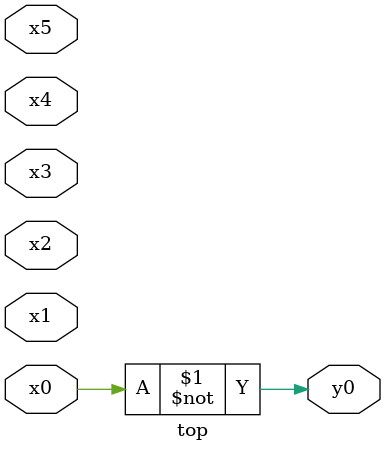
<source format=v>
module top( x0 , x1 , x2 , x3 , x4 , x5 , y0 );
  input x0 , x1 , x2 , x3 , x4 , x5 ;
  output y0 ;
  assign y0 = ~x0 ;
endmodule

</source>
